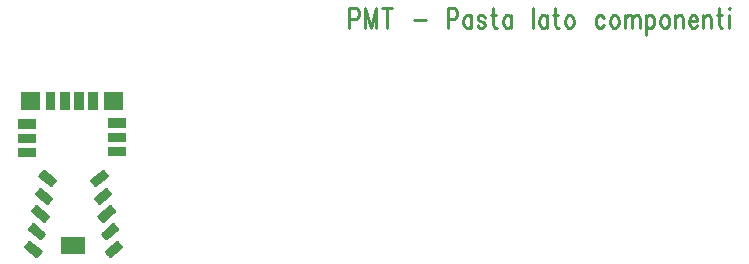
<source format=gbr>
*
*
G04 PADS Layout (Build Number 2008.43.1) generated Gerber (RS-274-X) file*
G04 PC Version=2.1*
*
%IN "P2007_0000_RBCS_RC_MAIS"*%
*
%MOIN*%
*
%FSLAX35Y35*%
*
*
*
*
G04 PC Standard Apertures*
*
*
G04 Thermal Relief Aperture macro.*
%AMTER*
1,1,$1,0,0*
1,0,$1-$2,0,0*
21,0,$3,$4,0,0,45*
21,0,$3,$4,0,0,135*
%
*
*
G04 Annular Aperture macro.*
%AMANN*
1,1,$1,0,0*
1,0,$2,0,0*
%
*
*
G04 Odd Aperture macro.*
%AMODD*
1,1,$1,0,0*
1,0,$1-0.005,0,0*
%
*
*
G04 PC Custom Aperture Macros*
*
*
*
*
*
*
G04 PC Aperture Table*
*
%ADD010C,0.01*%
%ADD040C,0.001*%
%ADD071R,0.05906X0.05906*%
%ADD155R,0.0315X0.0315*%
*
*
*
*
G04 PC Circuitry*
G04 Layer Name P2007_0000_RBCS_RC_MAIS - circuitry*
%LPD*%
*
*
G04 PC Custom Flashes*
G04 Layer Name P2007_0000_RBCS_RC_MAIS - flashes*
%LPD*%
*
*
G04 PC Circuitry*
G04 Layer Name P2007_0000_RBCS_RC_MAIS - circuitry*
%LPD*%
*
G54D10*
G01X402548Y423588D02*
X406306Y420435D01*
X407688Y422081*
X403930Y425235*
X402548Y423588*
X405989Y420701D02*
X406529D01*
X404797Y421701D02*
X407369D01*
X403606Y422701D02*
X406950D01*
X402643Y423701D02*
X405758D01*
X403482Y424701D02*
X404566D01*
X402701Y423460D02*
Y423770D01*
X403701Y422621D02*
Y424961D01*
X404701Y421782D02*
Y424588D01*
X405701Y420943D02*
Y423749D01*
X406701Y420905D02*
Y422910D01*
X423629Y425235D02*
X419871Y422081D01*
X421253Y420435*
X425011Y423588*
X423629Y425235*
X421030Y420701D02*
X421570D01*
X420191Y421701D02*
X422762D01*
X420609Y422701D02*
X423954D01*
X421801Y423701D02*
X424916D01*
X422993Y424701D02*
X424077D01*
X420701Y421093D02*
Y422778D01*
X421701Y420811D02*
Y423617D01*
X422701Y421650D02*
Y424456D01*
X423701Y422489D02*
Y425149D01*
X424701Y423328D02*
Y423957D01*
X401367Y417682D02*
X405125Y414529D01*
X406507Y416176*
X402749Y419329*
X401367Y417682*
X404921Y414701D02*
X405269D01*
X403729Y415701D02*
X406108D01*
X402537Y416701D02*
X405881D01*
X401383Y417701D02*
X404689D01*
X402222Y418701D02*
X403498D01*
X401701Y417402D02*
Y418080D01*
X402701Y416563D02*
Y419272D01*
X403701Y415724D02*
Y418530D01*
X404701Y414885D02*
Y417691D01*
X405701Y415215D02*
Y416852D01*
X424810Y419329D02*
X421052Y416176D01*
X422434Y414529*
X426192Y417682*
X424810Y419329*
X422290Y414701D02*
X422639D01*
X421451Y415701D02*
X423830D01*
X421678Y416701D02*
X425022D01*
X422870Y417701D02*
X426176D01*
X424061Y418701D02*
X425337D01*
X421701Y415403D02*
Y416720D01*
X422701Y414753D02*
Y417559D01*
X423701Y415592D02*
Y418398D01*
X424701Y416431D02*
Y419237D01*
X425701Y417270D02*
Y418268D01*
X400186Y411777D02*
X403944Y408624D01*
X405326Y410270*
X401568Y413424*
X400186Y411777*
X403852Y408701D02*
X404009D01*
X402660Y409701D02*
X404848D01*
X401469Y410701D02*
X404813D01*
X400277Y411701D02*
X403621D01*
X400961Y412701D02*
X402429D01*
X400701Y411345D02*
Y412390D01*
X401701Y410506D02*
Y413312D01*
X402701Y409667D02*
Y412473D01*
X403701Y408828D02*
Y411634D01*
X404701Y409526D02*
Y410795D01*
X425991Y413424D02*
X422233Y410270D01*
X423615Y408624*
X427373Y411777*
X425991Y413424*
X423550Y408701D02*
X423707D01*
X422711Y409701D02*
X424899D01*
X422746Y410701D02*
X426091D01*
X423938Y411701D02*
X427282D01*
X425130Y412701D02*
X426598D01*
X422701Y409713D02*
Y410663D01*
X423701Y408696D02*
Y411502D01*
X424701Y409535D02*
Y412341D01*
X425701Y410374D02*
Y413180D01*
X426701Y411213D02*
Y412578D01*
X399005Y405871D02*
X402763Y402718D01*
X404145Y404365*
X400387Y407518*
X399005Y405871*
X401592Y403701D02*
X403587D01*
X400400Y404701D02*
X403744D01*
X399208Y405701D02*
X402552D01*
X399701Y406701D02*
X401361D01*
X399701Y405288D02*
Y406701D01*
X400701Y404448D02*
Y407255D01*
X401701Y403609D02*
Y406415D01*
X402701Y402770D02*
Y405576D01*
X403701Y403836D02*
Y404737D01*
X427172Y407518D02*
X423414Y404365D01*
X424796Y402718*
X428554Y405871*
X427172Y407518*
X423972Y403701D02*
X425967D01*
X423815Y404701D02*
X427159D01*
X425007Y405701D02*
X428351D01*
X426198Y406701D02*
X427858D01*
X423701Y404024D02*
Y404605D01*
X424701Y402832D02*
Y405444D01*
X425701Y403477D02*
Y406283D01*
X426701Y404316D02*
Y407122D01*
X427701Y405155D02*
Y406888D01*
X397824Y399966D02*
X401582Y396813D01*
X402963Y398459*
X399206Y401613*
X397824Y399966*
X400523Y397701D02*
X402327D01*
X399332Y398701D02*
X402676D01*
X398140Y399701D02*
X401484D01*
X398441Y400701D02*
X400292D01*
X398701Y399230D02*
Y401011D01*
X399701Y398391D02*
Y401197D01*
X400701Y397552D02*
Y400358D01*
X401701Y396955D02*
Y399519D01*
X402701Y398146D02*
Y398680D01*
X428353Y401613D02*
X424596Y398459D01*
X425977Y396813*
X429735Y399966*
X428353Y401613*
X425232Y397701D02*
X427036D01*
X424883Y398701D02*
X428228D01*
X426075Y399701D02*
X429419D01*
X427267Y400701D02*
X429118D01*
X424701Y398334D02*
Y398548D01*
X425701Y397142D02*
Y399387D01*
X426701Y397420D02*
Y400226D01*
X427701Y398259D02*
Y401065D01*
X428701Y399098D02*
Y401199D01*
X429701Y399937D02*
Y400007D01*
X505906Y479397D02*
Y472835D01*
Y479397D02*
X507951D01*
X508633Y479085*
X508860Y478772*
X509087Y478147*
Y477210*
X508860Y476585*
X508633Y476272*
X507951Y475960*
X505906*
X511133Y479397D02*
Y472835D01*
Y479397D02*
X512951Y472835D01*
X514769Y479397D02*
X512951Y472835D01*
X514769Y479397D02*
Y472835D01*
X518406Y479397D02*
Y472835D01*
X516815Y479397D02*
X519996D01*
X527269Y475647D02*
X531360D01*
X538633Y479397D02*
Y472835D01*
Y479397D02*
X540678D01*
X541360Y479085*
X541587Y478772*
X541815Y478147*
Y477210*
X541587Y476585*
X541360Y476272*
X540678Y475960*
X538633*
X546587Y477210D02*
Y472835D01*
Y476272D02*
X546133Y476897D01*
X545678Y477210*
X544996*
X544542Y476897*
X544087Y476272*
X543860Y475335*
Y474710*
X544087Y473772*
X544542Y473147*
X544996Y472835*
X545678*
X546133Y473147*
X546587Y473772*
X551133Y476272D02*
X550906Y476897D01*
X550224Y477210*
X549542*
X548860Y476897*
X548633Y476272*
X548860Y475647*
X549315Y475335*
X550451Y475022*
X550906Y474710*
X551133Y474085*
Y473772*
X550906Y473147*
X550224Y472835*
X549542*
X548860Y473147*
X548633Y473772*
X553860Y479397D02*
Y474085D01*
X554087Y473147*
X554542Y472835*
X554996*
X553178Y477210D02*
X554769D01*
X559769D02*
Y472835D01*
Y476272D02*
X559315Y476897D01*
X558860Y477210*
X558178*
X557724Y476897*
X557269Y476272*
X557042Y475335*
Y474710*
X557269Y473772*
X557724Y473147*
X558178Y472835*
X558860*
X559315Y473147*
X559769Y473772*
X567042Y479397D02*
Y472835D01*
X571815Y477210D02*
Y472835D01*
Y476272D02*
X571360Y476897D01*
X570906Y477210*
X570224*
X569769Y476897*
X569315Y476272*
X569087Y475335*
Y474710*
X569315Y473772*
X569769Y473147*
X570224Y472835*
X570906*
X571360Y473147*
X571815Y473772*
X574542Y479397D02*
Y474085D01*
X574769Y473147*
X575224Y472835*
X575678*
X573860Y477210D02*
X575451D01*
X578860D02*
X578406Y476897D01*
X577951Y476272*
X577724Y475335*
Y474710*
X577951Y473772*
X578406Y473147*
X578860Y472835*
X579542*
X579996Y473147*
X580451Y473772*
X580678Y474710*
Y475335*
X580451Y476272*
X579996Y476897*
X579542Y477210*
X578860*
X590678Y476272D02*
X590224Y476897D01*
X589769Y477210*
X589087*
X588633Y476897*
X588178Y476272*
X587951Y475335*
Y474710*
X588178Y473772*
X588633Y473147*
X589087Y472835*
X589769*
X590224Y473147*
X590678Y473772*
X593860Y477210D02*
X593406Y476897D01*
X592951Y476272*
X592724Y475335*
Y474710*
X592951Y473772*
X593406Y473147*
X593860Y472835*
X594542*
X594996Y473147*
X595451Y473772*
X595678Y474710*
Y475335*
X595451Y476272*
X594996Y476897*
X594542Y477210*
X593860*
X597724D02*
Y472835D01*
Y475960D02*
X598406Y476897D01*
X598860Y477210*
X599542*
X599996Y476897*
X600224Y475960*
Y472835*
Y475960D02*
X600906Y476897D01*
X601360Y477210*
X602042*
X602496Y476897*
X602724Y475960*
Y472835*
X604769Y477210D02*
Y470647D01*
Y476272D02*
X605224Y476897D01*
X605678Y477210*
X606360*
X606815Y476897*
X607269Y476272*
X607496Y475335*
Y474710*
X607269Y473772*
X606815Y473147*
X606360Y472835*
X605678*
X605224Y473147*
X604769Y473772*
X610678Y477210D02*
X610224Y476897D01*
X609769Y476272*
X609542Y475335*
Y474710*
X609769Y473772*
X610224Y473147*
X610678Y472835*
X611360*
X611815Y473147*
X612269Y473772*
X612496Y474710*
Y475335*
X612269Y476272*
X611815Y476897*
X611360Y477210*
X610678*
X614542D02*
Y472835D01*
Y475960D02*
X615224Y476897D01*
X615678Y477210*
X616360*
X616815Y476897*
X617042Y475960*
Y472835*
X619087Y475335D02*
X621815D01*
Y475960*
X621587Y476585*
X621360Y476897*
X620906Y477210*
X620224*
X619769Y476897*
X619315Y476272*
X619087Y475335*
Y474710*
X619315Y473772*
X619769Y473147*
X620224Y472835*
X620906*
X621360Y473147*
X621815Y473772*
X623860Y477210D02*
Y472835D01*
Y475960D02*
X624542Y476897D01*
X624996Y477210*
X625678*
X626133Y476897*
X626360Y475960*
Y472835*
X629087Y479397D02*
Y474085D01*
X629315Y473147*
X629769Y472835*
X630224*
X628406Y477210D02*
X629996D01*
X632269Y479397D02*
X632496Y479085D01*
X632724Y479397*
X632496Y479710*
X632269Y479397*
X632496Y477210D02*
Y472835D01*
G54D40*
G54D71*
X412795Y400394D02*
X414764D01*
X399813Y448599D02*
X399419D01*
X427372D02*
X426978D01*
G54D155*
X399705Y431399D02*
X396949D01*
X399705Y436124D02*
X396949D01*
X399705Y440848D02*
X396949D01*
X427110Y441170D02*
X429866D01*
X427110Y436446D02*
X429866D01*
X427110Y431722D02*
X429866D01*
X406309Y447221D02*
Y449977D01*
X411033Y447221D02*
Y449977D01*
X415758Y447221D02*
Y449977D01*
X420482Y447221D02*
Y449977D01*
X0Y0D02*
M02*

</source>
